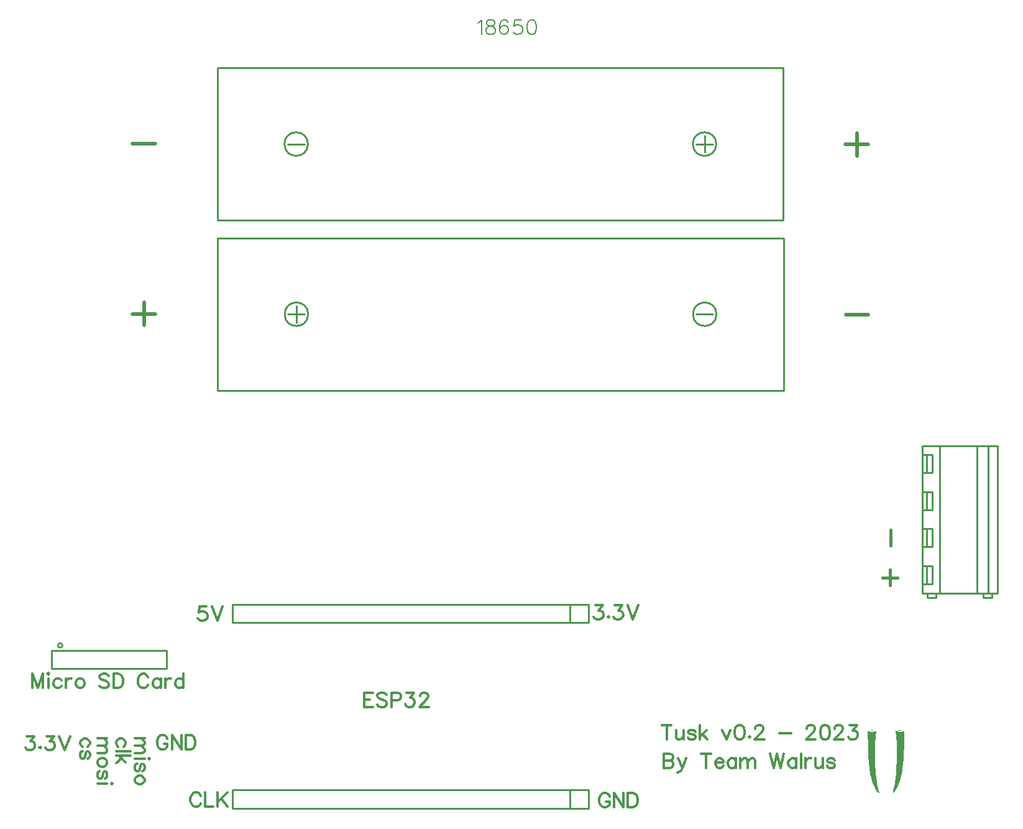
<source format=gto>
G04 Layer: TopSilkscreenLayer*
G04 EasyEDA v6.5.22, 2023-04-13 15:33:26*
G04 175b12f3a105431bbf95af8d835410e9,ef4dac4c239f4a7f90591e71bd1ece2f,10*
G04 Gerber Generator version 0.2*
G04 Scale: 100 percent, Rotated: No, Reflected: No *
G04 Dimensions in inches *
G04 leading zeros omitted , absolute positions ,3 integer and 6 decimal *
%FSLAX36Y36*%
%MOIN*%

%ADD10C,0.0120*%
%ADD11C,0.0080*%
%ADD12C,0.0150*%
%ADD13C,0.0200*%
%ADD14C,0.0100*%
%ADD15C,0.0220*%

%LPD*%
G36*
X3482320Y-245280D02*
G01*
X3478039Y-245400D01*
X3475580Y-245720D01*
X3475140Y-246160D01*
X3476900Y-246700D01*
X3480059Y-247120D01*
X3483480Y-247240D01*
X3486720Y-247079D01*
X3489400Y-246640D01*
X3490520Y-246080D01*
X3489560Y-245640D01*
X3486760Y-245360D01*
G37*
G36*
X3333920Y-245340D02*
G01*
X3329000Y-245440D01*
X3326040Y-245740D01*
X3325260Y-246160D01*
X3326880Y-246700D01*
X3330160Y-247120D01*
X3333900Y-247260D01*
X3337660Y-247120D01*
X3340940Y-246700D01*
X3342559Y-246160D01*
X3341780Y-245740D01*
X3338820Y-245440D01*
G37*
G36*
X3311259Y-247480D02*
G01*
X3313200Y-341960D01*
X3313600Y-355920D01*
X3314100Y-369360D01*
X3314700Y-382260D01*
X3315380Y-394640D01*
X3316180Y-406560D01*
X3317080Y-417980D01*
X3318080Y-428940D01*
X3319180Y-439480D01*
X3320400Y-449580D01*
X3321740Y-459280D01*
X3323180Y-468579D01*
X3325160Y-479680D01*
X3327320Y-490240D01*
X3329200Y-498300D01*
X3331720Y-507920D01*
X3333880Y-515300D01*
X3337380Y-525840D01*
X3340539Y-534180D01*
X3343220Y-540580D01*
X3346780Y-548280D01*
X3349480Y-553600D01*
X3351980Y-558080D01*
X3354540Y-562260D01*
X3357120Y-566120D01*
X3359660Y-569620D01*
X3362120Y-572720D01*
X3364460Y-575360D01*
X3366620Y-577540D01*
X3368560Y-579180D01*
X3370220Y-580240D01*
X3370940Y-580560D01*
X3371580Y-580700D01*
X3372120Y-580700D01*
X3372559Y-580540D01*
X3372900Y-580180D01*
X3373140Y-579660D01*
X3373260Y-578960D01*
X3373260Y-578080D01*
X3372860Y-575720D01*
X3371920Y-572560D01*
X3369900Y-567020D01*
X3368200Y-561580D01*
X3366560Y-555560D01*
X3364980Y-548960D01*
X3363480Y-541800D01*
X3362040Y-534160D01*
X3360680Y-526020D01*
X3359080Y-515240D01*
X3357900Y-506160D01*
X3356780Y-496700D01*
X3354800Y-476800D01*
X3353340Y-458480D01*
X3352300Y-442260D01*
X3351720Y-431220D01*
X3350820Y-408760D01*
X3350460Y-394560D01*
X3350200Y-371760D01*
X3350260Y-354739D01*
X3350500Y-340700D01*
X3350899Y-326860D01*
X3351460Y-313260D01*
X3352040Y-302600D01*
X3352900Y-289620D01*
X3353960Y-277080D01*
X3356720Y-250219D01*
X3342980Y-252260D01*
X3339960Y-252620D01*
X3336840Y-252820D01*
X3333700Y-252860D01*
X3330600Y-252740D01*
X3327620Y-252480D01*
X3324840Y-252100D01*
X3322360Y-251560D01*
X3320240Y-250900D01*
G37*
G36*
X3461920Y-248260D02*
G01*
X3464920Y-280600D01*
X3465640Y-290100D01*
X3466240Y-299940D01*
X3467140Y-320540D01*
X3467540Y-336640D01*
X3467740Y-355920D01*
X3467679Y-369920D01*
X3467500Y-384060D01*
X3467100Y-401060D01*
X3466240Y-423640D01*
X3465680Y-434799D01*
X3464320Y-456680D01*
X3462420Y-480300D01*
X3460920Y-495280D01*
X3459840Y-504840D01*
X3458399Y-516260D01*
X3457160Y-524920D01*
X3455860Y-533120D01*
X3454480Y-540840D01*
X3453060Y-548020D01*
X3451560Y-554640D01*
X3448540Y-566300D01*
X3447520Y-570960D01*
X3446940Y-574660D01*
X3446820Y-576140D01*
X3446820Y-577380D01*
X3446920Y-578400D01*
X3447140Y-579160D01*
X3447480Y-579660D01*
X3447919Y-579940D01*
X3448500Y-579980D01*
X3449160Y-579780D01*
X3449960Y-579320D01*
X3450860Y-578640D01*
X3453020Y-576520D01*
X3455640Y-573460D01*
X3458720Y-569420D01*
X3462260Y-564420D01*
X3465400Y-559580D01*
X3468440Y-554460D01*
X3471340Y-549000D01*
X3474120Y-543240D01*
X3478060Y-533940D01*
X3481120Y-525580D01*
X3484020Y-516640D01*
X3486220Y-509060D01*
X3488800Y-499040D01*
X3490740Y-490560D01*
X3492580Y-481680D01*
X3494320Y-472340D01*
X3495940Y-462580D01*
X3497480Y-452360D01*
X3498900Y-441680D01*
X3500240Y-430520D01*
X3501500Y-418880D01*
X3502640Y-406740D01*
X3503700Y-394099D01*
X3504680Y-380920D01*
X3505580Y-367220D01*
X3507120Y-338200D01*
X3507820Y-321180D01*
X3508480Y-301480D01*
X3508740Y-285540D01*
X3508700Y-278900D01*
X3508540Y-273060D01*
X3508260Y-268020D01*
X3507860Y-263700D01*
X3507300Y-260060D01*
X3506600Y-257079D01*
X3505760Y-254720D01*
X3504740Y-252920D01*
X3504180Y-252220D01*
X3503580Y-251660D01*
X3502919Y-251200D01*
X3502240Y-250859D01*
X3501500Y-250640D01*
X3500720Y-250520D01*
X3499020Y-250560D01*
X3497120Y-250980D01*
X3493700Y-252040D01*
X3491220Y-252560D01*
X3488660Y-252880D01*
X3486019Y-253000D01*
X3483279Y-252900D01*
X3480419Y-252600D01*
X3477460Y-252100D01*
X3474340Y-251400D01*
G37*
D10*
X2233540Y-217599D02*
G01*
X2233540Y-293899D01*
X2208140Y-217599D02*
G01*
X2259040Y-217599D01*
X2283040Y-242999D02*
G01*
X2283040Y-279399D01*
X2286640Y-290299D01*
X2293940Y-293899D01*
X2304840Y-293899D01*
X2312140Y-290299D01*
X2323040Y-279399D01*
X2323040Y-242999D02*
G01*
X2323040Y-293899D01*
X2387040Y-253899D02*
G01*
X2383440Y-246699D01*
X2372440Y-242999D01*
X2361540Y-242999D01*
X2350640Y-246699D01*
X2347040Y-253899D01*
X2350640Y-261199D01*
X2357940Y-264899D01*
X2376140Y-268499D01*
X2383440Y-272100D01*
X2387040Y-279399D01*
X2387040Y-282999D01*
X2383440Y-290299D01*
X2372440Y-293899D01*
X2361540Y-293899D01*
X2350640Y-290299D01*
X2347040Y-282999D01*
X2411040Y-217599D02*
G01*
X2411040Y-293899D01*
X2447440Y-242999D02*
G01*
X2411040Y-279399D01*
X2425540Y-264899D02*
G01*
X2451040Y-293899D01*
X2531040Y-242999D02*
G01*
X2552840Y-293899D01*
X2574640Y-242999D02*
G01*
X2552840Y-293899D01*
X2620440Y-217599D02*
G01*
X2609540Y-221199D01*
X2602340Y-232100D01*
X2598640Y-250299D01*
X2598640Y-261199D01*
X2602340Y-279399D01*
X2609540Y-290299D01*
X2620440Y-293899D01*
X2627740Y-293899D01*
X2638640Y-290299D01*
X2645940Y-279399D01*
X2649540Y-261199D01*
X2649540Y-250299D01*
X2645940Y-232100D01*
X2638640Y-221199D01*
X2627740Y-217599D01*
X2620440Y-217599D01*
X2677240Y-275799D02*
G01*
X2673540Y-279399D01*
X2677240Y-282999D01*
X2680840Y-279399D01*
X2677240Y-275799D01*
X2708440Y-235799D02*
G01*
X2708440Y-232100D01*
X2712140Y-224899D01*
X2715740Y-221199D01*
X2723040Y-217599D01*
X2737540Y-217599D01*
X2744840Y-221199D01*
X2748440Y-224899D01*
X2752140Y-232100D01*
X2752140Y-239399D01*
X2748440Y-246699D01*
X2741240Y-257599D01*
X2704840Y-293899D01*
X2755740Y-293899D01*
X2835740Y-261199D02*
G01*
X2901240Y-261199D01*
X2984840Y-235799D02*
G01*
X2984840Y-232100D01*
X2988440Y-224899D01*
X2992140Y-221199D01*
X2999440Y-217599D01*
X3013940Y-217599D01*
X3021240Y-221199D01*
X3024840Y-224899D01*
X3028440Y-232100D01*
X3028440Y-239399D01*
X3024840Y-246699D01*
X3017540Y-257599D01*
X2981240Y-293899D01*
X3032140Y-293899D01*
X3077940Y-217599D02*
G01*
X3067040Y-221199D01*
X3059740Y-232100D01*
X3056140Y-250299D01*
X3056140Y-261199D01*
X3059740Y-279399D01*
X3067040Y-290299D01*
X3077940Y-293899D01*
X3085240Y-293899D01*
X3096140Y-290299D01*
X3103440Y-279399D01*
X3107040Y-261199D01*
X3107040Y-250299D01*
X3103440Y-232100D01*
X3096140Y-221199D01*
X3085240Y-217599D01*
X3077940Y-217599D01*
X3134640Y-235799D02*
G01*
X3134640Y-232100D01*
X3138340Y-224899D01*
X3141940Y-221199D01*
X3149240Y-217599D01*
X3163740Y-217599D01*
X3171040Y-221199D01*
X3174640Y-224899D01*
X3178340Y-232100D01*
X3178340Y-239399D01*
X3174640Y-246699D01*
X3167440Y-257599D01*
X3131040Y-293899D01*
X3181940Y-293899D01*
X3213240Y-217599D02*
G01*
X3253240Y-217599D01*
X3231440Y-246699D01*
X3242340Y-246699D01*
X3249540Y-250299D01*
X3253240Y-253899D01*
X3256840Y-264899D01*
X3256840Y-272100D01*
X3253240Y-282999D01*
X3245940Y-290299D01*
X3235040Y-293899D01*
X3224140Y-293899D01*
X3213240Y-290299D01*
X3209540Y-286699D01*
X3205940Y-279399D01*
D11*
X1221040Y3547200D02*
G01*
X1228240Y3550800D01*
X1239140Y3561700D01*
X1239140Y3485399D01*
X1281340Y3561700D02*
G01*
X1270440Y3558100D01*
X1266840Y3550800D01*
X1266840Y3543500D01*
X1270440Y3536300D01*
X1277740Y3532600D01*
X1292240Y3529000D01*
X1303140Y3525399D01*
X1310440Y3518100D01*
X1314140Y3510800D01*
X1314140Y3499900D01*
X1310440Y3492600D01*
X1306840Y3489000D01*
X1295940Y3485399D01*
X1281340Y3485399D01*
X1270440Y3489000D01*
X1266840Y3492600D01*
X1263140Y3499900D01*
X1263140Y3510800D01*
X1266840Y3518100D01*
X1274140Y3525399D01*
X1285040Y3529000D01*
X1299540Y3532600D01*
X1306840Y3536300D01*
X1310440Y3543500D01*
X1310440Y3550800D01*
X1306840Y3558100D01*
X1295940Y3561700D01*
X1281340Y3561700D01*
X1381740Y3550800D02*
G01*
X1378140Y3558100D01*
X1367140Y3561700D01*
X1359940Y3561700D01*
X1349040Y3558100D01*
X1341740Y3547200D01*
X1338140Y3529000D01*
X1338140Y3510800D01*
X1341740Y3496300D01*
X1349040Y3489000D01*
X1359940Y3485399D01*
X1363540Y3485399D01*
X1374440Y3489000D01*
X1381740Y3496300D01*
X1385340Y3507200D01*
X1385340Y3510800D01*
X1381740Y3521700D01*
X1374440Y3529000D01*
X1363540Y3532600D01*
X1359940Y3532600D01*
X1349040Y3529000D01*
X1341740Y3521700D01*
X1338140Y3510800D01*
X1453040Y3561700D02*
G01*
X1416640Y3561700D01*
X1413040Y3529000D01*
X1416640Y3532600D01*
X1427540Y3536300D01*
X1438440Y3536300D01*
X1449340Y3532600D01*
X1456640Y3525399D01*
X1460240Y3514500D01*
X1460240Y3507200D01*
X1456640Y3496300D01*
X1449340Y3489000D01*
X1438440Y3485399D01*
X1427540Y3485399D01*
X1416640Y3489000D01*
X1413040Y3492600D01*
X1409340Y3499900D01*
X1506140Y3561700D02*
G01*
X1495140Y3558100D01*
X1487940Y3547200D01*
X1484240Y3529000D01*
X1484240Y3518100D01*
X1487940Y3499900D01*
X1495140Y3489000D01*
X1506140Y3485399D01*
X1513340Y3485399D01*
X1524240Y3489000D01*
X1531540Y3499900D01*
X1535140Y3518100D01*
X1535140Y3529000D01*
X1531540Y3547200D01*
X1524240Y3558100D01*
X1513340Y3561700D01*
X1506140Y3561700D01*
D12*
X3432600Y747040D02*
G01*
X3432600Y828840D01*
X3430940Y614300D02*
G01*
X3430940Y532500D01*
X3390040Y573400D02*
G01*
X3471840Y573400D01*
D10*
X2216040Y-370299D02*
G01*
X2216040Y-446599D01*
X2216040Y-370299D02*
G01*
X2248740Y-370299D01*
X2259640Y-373899D01*
X2263240Y-377500D01*
X2266940Y-384800D01*
X2266940Y-392100D01*
X2263240Y-399399D01*
X2259640Y-402999D01*
X2248740Y-406599D01*
X2216040Y-406599D02*
G01*
X2248740Y-406599D01*
X2259640Y-410299D01*
X2263240Y-413899D01*
X2266940Y-421199D01*
X2266940Y-432100D01*
X2263240Y-439399D01*
X2259640Y-442999D01*
X2248740Y-446599D01*
X2216040Y-446599D01*
X2294540Y-395699D02*
G01*
X2316340Y-446599D01*
X2338140Y-395699D02*
G01*
X2316340Y-446599D01*
X2309140Y-461199D01*
X2301840Y-468499D01*
X2294540Y-472100D01*
X2290940Y-472100D01*
X2443640Y-370299D02*
G01*
X2443640Y-446599D01*
X2418140Y-370299D02*
G01*
X2469140Y-370299D01*
X2493140Y-417500D02*
G01*
X2536740Y-417500D01*
X2536740Y-410299D01*
X2533140Y-402999D01*
X2529440Y-399399D01*
X2522140Y-395699D01*
X2511240Y-395699D01*
X2504040Y-399399D01*
X2496740Y-406599D01*
X2493140Y-417500D01*
X2493140Y-424800D01*
X2496740Y-435699D01*
X2504040Y-442999D01*
X2511240Y-446599D01*
X2522140Y-446599D01*
X2529440Y-442999D01*
X2536740Y-435699D01*
X2604340Y-395699D02*
G01*
X2604340Y-446599D01*
X2604340Y-406599D02*
G01*
X2597140Y-399399D01*
X2589840Y-395699D01*
X2578940Y-395699D01*
X2571640Y-399399D01*
X2564340Y-406599D01*
X2560740Y-417500D01*
X2560740Y-424800D01*
X2564340Y-435699D01*
X2571640Y-442999D01*
X2578940Y-446599D01*
X2589840Y-446599D01*
X2597140Y-442999D01*
X2604340Y-435699D01*
X2628340Y-395699D02*
G01*
X2628340Y-446599D01*
X2628340Y-410299D02*
G01*
X2639240Y-399399D01*
X2646540Y-395699D01*
X2657440Y-395699D01*
X2664740Y-399399D01*
X2668340Y-410299D01*
X2668340Y-446599D01*
X2668340Y-410299D02*
G01*
X2679240Y-399399D01*
X2686540Y-395699D01*
X2697440Y-395699D01*
X2704740Y-399399D01*
X2708340Y-410299D01*
X2708340Y-446599D01*
X2788340Y-370299D02*
G01*
X2806540Y-446599D01*
X2824740Y-370299D02*
G01*
X2806540Y-446599D01*
X2824740Y-370299D02*
G01*
X2842940Y-446599D01*
X2861140Y-370299D02*
G01*
X2842940Y-446599D01*
X2928740Y-395699D02*
G01*
X2928740Y-446599D01*
X2928740Y-406599D02*
G01*
X2921440Y-399399D01*
X2914140Y-395699D01*
X2903240Y-395699D01*
X2896040Y-399399D01*
X2888740Y-406599D01*
X2885140Y-417500D01*
X2885140Y-424800D01*
X2888740Y-435699D01*
X2896040Y-442999D01*
X2903240Y-446599D01*
X2914140Y-446599D01*
X2921440Y-442999D01*
X2928740Y-435699D01*
X2952740Y-370299D02*
G01*
X2952740Y-446599D01*
X2976740Y-395699D02*
G01*
X2976740Y-446599D01*
X2976740Y-417500D02*
G01*
X2980340Y-406599D01*
X2987640Y-399399D01*
X2994940Y-395699D01*
X3005840Y-395699D01*
X3029840Y-395699D02*
G01*
X3029840Y-432100D01*
X3033440Y-442999D01*
X3040740Y-446599D01*
X3051640Y-446599D01*
X3058940Y-442999D01*
X3069840Y-432100D01*
X3069840Y-395699D02*
G01*
X3069840Y-446599D01*
X3133840Y-406599D02*
G01*
X3130140Y-399399D01*
X3119240Y-395699D01*
X3108340Y-395699D01*
X3097440Y-399399D01*
X3093840Y-406599D01*
X3097440Y-413899D01*
X3104740Y-417500D01*
X3122940Y-421199D01*
X3130140Y-424800D01*
X3133840Y-432100D01*
X3133840Y-435699D01*
X3130140Y-442999D01*
X3119240Y-446599D01*
X3108340Y-446599D01*
X3097440Y-442999D01*
X3093840Y-435699D01*
X1849240Y424700D02*
G01*
X1889240Y424700D01*
X1867440Y395600D01*
X1878340Y395600D01*
X1885640Y392000D01*
X1889240Y388400D01*
X1892940Y377500D01*
X1892940Y370199D01*
X1889240Y359300D01*
X1882040Y352000D01*
X1871140Y348400D01*
X1860140Y348400D01*
X1849240Y352000D01*
X1845640Y355600D01*
X1842040Y362899D01*
X1920540Y366500D02*
G01*
X1916940Y362899D01*
X1920540Y359300D01*
X1924140Y362899D01*
X1920540Y366500D01*
X1955440Y424700D02*
G01*
X1995440Y424700D01*
X1973640Y395600D01*
X1984540Y395600D01*
X1991840Y392000D01*
X1995440Y388400D01*
X1999140Y377500D01*
X1999140Y370199D01*
X1995440Y359300D01*
X1988140Y352000D01*
X1977240Y348400D01*
X1966340Y348400D01*
X1955440Y352000D01*
X1951840Y355600D01*
X1948140Y362899D01*
X2023140Y424700D02*
G01*
X2052140Y348400D01*
X2081240Y424700D02*
G01*
X2052140Y348400D01*
X1926542Y-599499D02*
G01*
X1922942Y-592199D01*
X1915642Y-584899D01*
X1908342Y-581299D01*
X1893842Y-581299D01*
X1886542Y-584899D01*
X1879242Y-592199D01*
X1875642Y-599499D01*
X1872042Y-610399D01*
X1872042Y-628499D01*
X1875642Y-639499D01*
X1879242Y-646699D01*
X1886542Y-653999D01*
X1893842Y-657599D01*
X1908342Y-657599D01*
X1915642Y-653999D01*
X1922942Y-646699D01*
X1926542Y-639499D01*
X1926542Y-628499D01*
X1908342Y-628499D02*
G01*
X1926542Y-628499D01*
X1950542Y-581299D02*
G01*
X1950542Y-657599D01*
X1950542Y-581299D02*
G01*
X2001442Y-657599D01*
X2001442Y-581299D02*
G01*
X2001442Y-657599D01*
X2025442Y-581299D02*
G01*
X2025442Y-657599D01*
X2025442Y-581299D02*
G01*
X2050942Y-581299D01*
X2061842Y-584899D01*
X2069142Y-592199D01*
X2072742Y-599499D01*
X2076342Y-610399D01*
X2076342Y-628499D01*
X2072742Y-639499D01*
X2069142Y-646699D01*
X2061842Y-653999D01*
X2050942Y-657599D01*
X2025442Y-657599D01*
X-237359Y417699D02*
G01*
X-273759Y417699D01*
X-277359Y385000D01*
X-273759Y388600D01*
X-262859Y392300D01*
X-251859Y392300D01*
X-240959Y388600D01*
X-233759Y381400D01*
X-230059Y370500D01*
X-230059Y363200D01*
X-233759Y352300D01*
X-240959Y345000D01*
X-251859Y341400D01*
X-262859Y341400D01*
X-273759Y345000D01*
X-277359Y348600D01*
X-280959Y355900D01*
X-206059Y417699D02*
G01*
X-176959Y341400D01*
X-147859Y417699D02*
G01*
X-176959Y341400D01*
X-266457Y-596499D02*
G01*
X-270057Y-589199D01*
X-277357Y-581899D01*
X-284657Y-578299D01*
X-299157Y-578299D01*
X-306457Y-581899D01*
X-313757Y-589199D01*
X-317357Y-596499D01*
X-320957Y-607399D01*
X-320957Y-625499D01*
X-317357Y-636499D01*
X-313757Y-643699D01*
X-306457Y-650999D01*
X-299157Y-654600D01*
X-284657Y-654600D01*
X-277357Y-650999D01*
X-270057Y-643699D01*
X-266457Y-636499D01*
X-242457Y-578299D02*
G01*
X-242457Y-654600D01*
X-242457Y-654600D02*
G01*
X-198857Y-654600D01*
X-174857Y-578299D02*
G01*
X-174857Y-654600D01*
X-123857Y-578299D02*
G01*
X-174857Y-629199D01*
X-156657Y-610999D02*
G01*
X-123857Y-654600D01*
X610038Y-43299D02*
G01*
X610038Y-119600D01*
X610038Y-43299D02*
G01*
X657238Y-43299D01*
X610038Y-79600D02*
G01*
X639138Y-79600D01*
X610038Y-119600D02*
G01*
X657238Y-119600D01*
X732138Y-54199D02*
G01*
X724938Y-46899D01*
X714038Y-43299D01*
X699438Y-43299D01*
X688538Y-46899D01*
X681238Y-54199D01*
X681238Y-61499D01*
X684938Y-68699D01*
X688538Y-72399D01*
X695838Y-75999D01*
X717638Y-83299D01*
X724938Y-86899D01*
X728538Y-90499D01*
X732138Y-97799D01*
X732138Y-108699D01*
X724938Y-115999D01*
X714038Y-119600D01*
X699438Y-119600D01*
X688538Y-115999D01*
X681238Y-108699D01*
X756138Y-43299D02*
G01*
X756138Y-119600D01*
X756138Y-43299D02*
G01*
X788938Y-43299D01*
X799838Y-46899D01*
X803438Y-50499D01*
X807138Y-57799D01*
X807138Y-68699D01*
X803438Y-75999D01*
X799838Y-79600D01*
X788938Y-83299D01*
X756138Y-83299D01*
X838338Y-43299D02*
G01*
X878338Y-43299D01*
X856538Y-72399D01*
X867438Y-72399D01*
X874738Y-75999D01*
X878338Y-79600D01*
X882038Y-90499D01*
X882038Y-97799D01*
X878338Y-108699D01*
X871138Y-115999D01*
X860138Y-119600D01*
X849238Y-119600D01*
X838338Y-115999D01*
X834738Y-112399D01*
X831138Y-105099D01*
X909638Y-61499D02*
G01*
X909638Y-57799D01*
X913238Y-50499D01*
X916938Y-46899D01*
X924138Y-43299D01*
X938738Y-43299D01*
X946038Y-46899D01*
X949638Y-50499D01*
X953238Y-57799D01*
X953238Y-65099D01*
X949638Y-72399D01*
X942338Y-83299D01*
X906038Y-119600D01*
X956938Y-119600D01*
X-1169959Y57699D02*
G01*
X-1169959Y-18599D01*
X-1169959Y57699D02*
G01*
X-1140859Y-18599D01*
X-1111859Y57699D02*
G01*
X-1140859Y-18599D01*
X-1111859Y57699D02*
G01*
X-1111859Y-18599D01*
X-1087859Y57699D02*
G01*
X-1084159Y54100D01*
X-1080559Y57699D01*
X-1084159Y61400D01*
X-1087859Y57699D01*
X-1084159Y32300D02*
G01*
X-1084159Y-18599D01*
X-1012859Y21400D02*
G01*
X-1020159Y28600D01*
X-1027459Y32300D01*
X-1038359Y32300D01*
X-1045659Y28600D01*
X-1052859Y21400D01*
X-1056559Y10500D01*
X-1056559Y3200D01*
X-1052859Y-7699D01*
X-1045659Y-15000D01*
X-1038359Y-18599D01*
X-1027459Y-18599D01*
X-1020159Y-15000D01*
X-1012859Y-7699D01*
X-988859Y32300D02*
G01*
X-988859Y-18599D01*
X-988859Y10500D02*
G01*
X-985259Y21400D01*
X-977959Y28600D01*
X-970759Y32300D01*
X-959859Y32300D01*
X-917659Y32300D02*
G01*
X-924859Y28600D01*
X-932159Y21400D01*
X-935859Y10500D01*
X-935859Y3200D01*
X-932159Y-7699D01*
X-924859Y-15000D01*
X-917659Y-18599D01*
X-906759Y-18599D01*
X-899459Y-15000D01*
X-892159Y-7699D01*
X-888559Y3200D01*
X-888559Y10500D01*
X-892159Y21400D01*
X-899459Y28600D01*
X-906759Y32300D01*
X-917659Y32300D01*
X-757659Y46800D02*
G01*
X-764859Y54100D01*
X-775859Y57699D01*
X-790359Y57699D01*
X-801259Y54100D01*
X-808559Y46800D01*
X-808559Y39500D01*
X-804859Y32300D01*
X-801259Y28600D01*
X-793959Y25000D01*
X-772159Y17699D01*
X-764859Y14100D01*
X-761259Y10500D01*
X-757659Y3200D01*
X-757659Y-7699D01*
X-764859Y-15000D01*
X-775859Y-18599D01*
X-790359Y-18599D01*
X-801259Y-15000D01*
X-808559Y-7699D01*
X-733659Y57699D02*
G01*
X-733659Y-18599D01*
X-733659Y57699D02*
G01*
X-708159Y57699D01*
X-697259Y54100D01*
X-689959Y46800D01*
X-686359Y39500D01*
X-682759Y28600D01*
X-682759Y10500D01*
X-686359Y-499D01*
X-689959Y-7699D01*
X-697259Y-15000D01*
X-708159Y-18599D01*
X-733659Y-18599D01*
X-548159Y39500D02*
G01*
X-551859Y46800D01*
X-559059Y54100D01*
X-566359Y57699D01*
X-580859Y57699D01*
X-588159Y54100D01*
X-595459Y46800D01*
X-599059Y39500D01*
X-602759Y28600D01*
X-602759Y10500D01*
X-599059Y-499D01*
X-595459Y-7699D01*
X-588159Y-15000D01*
X-580859Y-18599D01*
X-566359Y-18599D01*
X-559059Y-15000D01*
X-551859Y-7699D01*
X-548159Y-499D01*
X-480559Y32300D02*
G01*
X-480559Y-18599D01*
X-480559Y21400D02*
G01*
X-487859Y28600D01*
X-495059Y32300D01*
X-505959Y32300D01*
X-513259Y28600D01*
X-520559Y21400D01*
X-524159Y10500D01*
X-524159Y3200D01*
X-520559Y-7699D01*
X-513259Y-15000D01*
X-505959Y-18599D01*
X-495059Y-18599D01*
X-487859Y-15000D01*
X-480559Y-7699D01*
X-456559Y32300D02*
G01*
X-456559Y-18599D01*
X-456559Y10500D02*
G01*
X-452859Y21400D01*
X-445659Y28600D01*
X-438359Y32300D01*
X-427459Y32300D01*
X-359859Y57699D02*
G01*
X-359859Y-18599D01*
X-359859Y21400D02*
G01*
X-367059Y28600D01*
X-374359Y32300D01*
X-385259Y32300D01*
X-392559Y28600D01*
X-399859Y21400D01*
X-403459Y10500D01*
X-403459Y3200D01*
X-399859Y-7699D01*
X-392559Y-15000D01*
X-385259Y-18599D01*
X-374359Y-18599D01*
X-367059Y-15000D01*
X-359859Y-7699D01*
X-1198758Y-276087D02*
G01*
X-1158758Y-276087D01*
X-1180558Y-305187D01*
X-1169658Y-305187D01*
X-1162358Y-308787D01*
X-1158758Y-312387D01*
X-1155058Y-323287D01*
X-1155058Y-330587D01*
X-1158758Y-341487D01*
X-1165958Y-348787D01*
X-1176858Y-352387D01*
X-1187858Y-352387D01*
X-1198758Y-348787D01*
X-1202358Y-345187D01*
X-1205958Y-337887D01*
X-1127458Y-334287D02*
G01*
X-1131058Y-337887D01*
X-1127458Y-341487D01*
X-1123858Y-337887D01*
X-1127458Y-334287D01*
X-1092558Y-276087D02*
G01*
X-1052558Y-276087D01*
X-1074358Y-305187D01*
X-1063458Y-305187D01*
X-1056158Y-308787D01*
X-1052558Y-312387D01*
X-1048858Y-323287D01*
X-1048858Y-330587D01*
X-1052558Y-341487D01*
X-1059858Y-348787D01*
X-1070758Y-352387D01*
X-1081658Y-352387D01*
X-1092558Y-348787D01*
X-1096158Y-345187D01*
X-1099858Y-337887D01*
X-1024858Y-276087D02*
G01*
X-995858Y-352387D01*
X-966758Y-276087D02*
G01*
X-995858Y-352387D01*
X-444459Y-289499D02*
G01*
X-448059Y-282199D01*
X-455359Y-274899D01*
X-462659Y-271299D01*
X-477159Y-271299D01*
X-484459Y-274899D01*
X-491759Y-282199D01*
X-495359Y-289499D01*
X-498959Y-300399D01*
X-498959Y-318499D01*
X-495359Y-329499D01*
X-491759Y-336699D01*
X-484459Y-343999D01*
X-477159Y-347599D01*
X-462659Y-347599D01*
X-455359Y-343999D01*
X-448059Y-336699D01*
X-444459Y-329499D01*
X-444459Y-318499D01*
X-462659Y-318499D02*
G01*
X-444459Y-318499D01*
X-420459Y-271299D02*
G01*
X-420459Y-347599D01*
X-420459Y-271299D02*
G01*
X-369559Y-347599D01*
X-369559Y-271299D02*
G01*
X-369559Y-347599D01*
X-345559Y-271299D02*
G01*
X-345559Y-347599D01*
X-345559Y-271299D02*
G01*
X-320059Y-271299D01*
X-309159Y-274899D01*
X-301859Y-282199D01*
X-298259Y-289499D01*
X-294659Y-300399D01*
X-294659Y-318499D01*
X-298259Y-329499D01*
X-301859Y-336699D01*
X-309159Y-343999D01*
X-320059Y-347599D01*
X-345559Y-347599D01*
X-871599Y-332639D02*
G01*
X-864399Y-325339D01*
X-860699Y-318139D01*
X-860699Y-307139D01*
X-864399Y-299939D01*
X-871599Y-292639D01*
X-882499Y-289039D01*
X-889799Y-289039D01*
X-900699Y-292639D01*
X-907999Y-299939D01*
X-911599Y-307139D01*
X-911599Y-318139D01*
X-907999Y-325339D01*
X-900699Y-332639D01*
X-871599Y-396639D02*
G01*
X-864399Y-393039D01*
X-860699Y-382139D01*
X-860699Y-371140D01*
X-864399Y-360239D01*
X-871599Y-356639D01*
X-878899Y-360239D01*
X-882499Y-367539D01*
X-886199Y-385739D01*
X-889799Y-393039D01*
X-897099Y-396639D01*
X-900699Y-396639D01*
X-907999Y-393039D01*
X-911599Y-382139D01*
X-911599Y-371140D01*
X-907999Y-360239D01*
X-900699Y-356639D01*
X-768032Y-288972D02*
G01*
X-818932Y-288972D01*
X-782632Y-288972D02*
G01*
X-771732Y-299872D01*
X-768032Y-307172D01*
X-768032Y-318072D01*
X-771732Y-325372D01*
X-782632Y-328972D01*
X-818932Y-328972D01*
X-782632Y-328972D02*
G01*
X-771732Y-339872D01*
X-768032Y-347172D01*
X-768032Y-358072D01*
X-771732Y-365372D01*
X-782632Y-368972D01*
X-818932Y-368972D01*
X-768032Y-411172D02*
G01*
X-771732Y-403872D01*
X-778932Y-396672D01*
X-789832Y-392972D01*
X-797132Y-392972D01*
X-808032Y-396672D01*
X-815332Y-403872D01*
X-818932Y-411172D01*
X-818932Y-422073D01*
X-815332Y-429372D01*
X-808032Y-436672D01*
X-797132Y-440272D01*
X-789832Y-440272D01*
X-778932Y-436672D01*
X-771732Y-429372D01*
X-768032Y-422073D01*
X-768032Y-411172D01*
X-778932Y-504272D02*
G01*
X-771732Y-500672D01*
X-768032Y-489773D01*
X-768032Y-478772D01*
X-771732Y-467872D01*
X-778932Y-464272D01*
X-786232Y-467872D01*
X-789832Y-475172D01*
X-793532Y-493372D01*
X-797132Y-500672D01*
X-804432Y-504272D01*
X-808032Y-504272D01*
X-815332Y-500672D01*
X-818932Y-489773D01*
X-818932Y-478772D01*
X-815332Y-467872D01*
X-808032Y-464272D01*
X-742632Y-528272D02*
G01*
X-746232Y-531872D01*
X-742632Y-535572D01*
X-738932Y-531872D01*
X-742632Y-528272D01*
X-768032Y-531872D02*
G01*
X-818932Y-531872D01*
X-679599Y-332639D02*
G01*
X-672399Y-325339D01*
X-668699Y-318139D01*
X-668699Y-307139D01*
X-672399Y-299939D01*
X-679599Y-292639D01*
X-690499Y-289039D01*
X-697799Y-289039D01*
X-708699Y-292639D01*
X-715999Y-299939D01*
X-719599Y-307139D01*
X-719599Y-318139D01*
X-715999Y-325339D01*
X-708699Y-332639D01*
X-643299Y-356639D02*
G01*
X-719599Y-356639D01*
X-643299Y-380639D02*
G01*
X-719599Y-380639D01*
X-668699Y-417039D02*
G01*
X-705099Y-380639D01*
X-690499Y-395139D02*
G01*
X-719599Y-420639D01*
X-567366Y-289006D02*
G01*
X-618266Y-289006D01*
X-581966Y-289006D02*
G01*
X-571066Y-299906D01*
X-567366Y-307206D01*
X-567366Y-318107D01*
X-571066Y-325407D01*
X-581966Y-329006D01*
X-618266Y-329006D01*
X-581966Y-329006D02*
G01*
X-571066Y-339906D01*
X-567366Y-347206D01*
X-567366Y-358107D01*
X-571066Y-365407D01*
X-581966Y-369006D01*
X-618266Y-369006D01*
X-541966Y-393006D02*
G01*
X-545566Y-396606D01*
X-541966Y-400306D01*
X-538266Y-396606D01*
X-541966Y-393006D01*
X-567366Y-396606D02*
G01*
X-618266Y-396606D01*
X-578266Y-464306D02*
G01*
X-571066Y-460607D01*
X-567366Y-449706D01*
X-567366Y-438806D01*
X-571066Y-427907D01*
X-578266Y-424306D01*
X-585566Y-427907D01*
X-589166Y-435207D01*
X-592866Y-453406D01*
X-596466Y-460607D01*
X-603766Y-464306D01*
X-607366Y-464306D01*
X-614666Y-460607D01*
X-618266Y-449706D01*
X-618266Y-438806D01*
X-614666Y-427907D01*
X-607366Y-424306D01*
X-567366Y-506406D02*
G01*
X-571066Y-499206D01*
X-578266Y-491906D01*
X-589166Y-488306D01*
X-596466Y-488306D01*
X-607366Y-491906D01*
X-614666Y-499206D01*
X-618266Y-506406D01*
X-618266Y-517406D01*
X-614666Y-524606D01*
X-607366Y-531906D01*
X-596466Y-535506D01*
X-589166Y-535506D01*
X-578266Y-531906D01*
X-571066Y-524606D01*
X-567366Y-517406D01*
X-567366Y-506406D01*
D13*
X3315519Y1983261D02*
G01*
X3192792Y1983261D01*
X3253198Y2833912D02*
G01*
X3253198Y2956612D01*
X3314498Y2895212D02*
G01*
X3191798Y2895212D01*
X-632518Y2898739D02*
G01*
X-509791Y2898739D01*
X-570159Y2048100D02*
G01*
X-570159Y1925399D01*
X-631559Y1986700D02*
G01*
X-508759Y1986700D01*
D14*
X-1067053Y170433D02*
G01*
X-1067053Y184212D01*
X-448944Y184212D01*
X-448944Y85788D01*
X-1067053Y85788D01*
X-1067053Y172400D01*
X-95725Y430211D02*
G01*
X-95725Y331787D01*
X1813722Y430212D02*
G01*
X-95725Y430212D01*
X1813722Y331787D02*
G01*
X-95725Y331787D01*
X1712618Y331787D02*
G01*
X1712618Y430211D01*
X1813722Y430211D02*
G01*
X1813722Y331787D01*
X-95723Y-564786D02*
G01*
X-95723Y-663210D01*
X1813724Y-564785D02*
G01*
X-95723Y-564785D01*
X1813724Y-663210D02*
G01*
X-95723Y-663210D01*
X1712620Y-663210D02*
G01*
X1712620Y-564786D01*
X1813724Y-564786D02*
G01*
X1813724Y-663210D01*
X3603087Y489724D02*
G01*
X3603087Y1280276D01*
X3603087Y489724D02*
G01*
X4008598Y489724D01*
X4008598Y489724D02*
G01*
X4008598Y1280276D01*
X3603087Y1280276D02*
G01*
X4008598Y1280276D01*
X3696000Y489724D02*
G01*
X3696000Y1280276D01*
X3896083Y489724D02*
G01*
X3896083Y1280276D01*
X3630949Y465000D02*
G01*
X3630949Y488623D01*
X3677763Y465000D02*
G01*
X3630949Y465000D01*
X3677763Y488623D02*
G01*
X3677763Y465000D01*
X3976000Y465000D02*
G01*
X3930949Y465000D01*
X3930949Y488623D01*
X3976000Y488623D02*
G01*
X3976000Y465000D01*
X3603087Y537768D02*
G01*
X3656000Y537768D01*
X3656000Y635000D01*
X3603087Y635000D01*
X3628793Y537768D02*
G01*
X3628793Y635000D01*
X3603087Y737756D02*
G01*
X3656000Y737756D01*
X3656000Y834988D01*
X3603087Y834988D01*
X3628793Y737757D02*
G01*
X3628793Y834988D01*
X3603087Y737757D02*
G01*
X3656000Y737757D01*
X3656000Y834988D02*
G01*
X3603087Y834988D01*
X3956508Y489724D02*
G01*
X3956508Y1280276D01*
X3656000Y1233400D02*
G01*
X3603087Y1233400D01*
X3603087Y1136168D02*
G01*
X3656000Y1136168D01*
X3628793Y1136168D02*
G01*
X3628793Y1233400D01*
X3603087Y1136168D02*
G01*
X3656000Y1136168D01*
X3656000Y1233400D01*
X3603087Y1233400D01*
X3628793Y936181D02*
G01*
X3628793Y1033412D01*
X3603087Y936181D02*
G01*
X3656000Y936181D01*
X3656000Y1033412D01*
X3603087Y1033412D01*
X202000Y1985000D02*
G01*
X292000Y1985000D01*
X247000Y2030000D02*
G01*
X247000Y1940000D01*
X2392000Y1985000D02*
G01*
X2482000Y1985000D01*
X-175499Y1577500D02*
G01*
X-175499Y2392500D01*
X2859500Y2392500D01*
X2859500Y1577500D01*
X-175499Y1577500D01*
X2481000Y2897000D02*
G01*
X2391000Y2897000D01*
X2436000Y2852000D02*
G01*
X2436000Y2942000D01*
X291000Y2897000D02*
G01*
X201000Y2897000D01*
X2858500Y3304500D02*
G01*
X2858500Y2489500D01*
X-176499Y2489500D01*
X-176499Y3304500D01*
X2858500Y3304500D01*
G75*
G01
X-1008000Y209800D02*
G03X-1008000Y209800I-11810J0D01*
G75*
G01
X310000Y1985000D02*
G03X310000Y1985000I-63000J0D01*
G75*
G01
X2500000Y1985000D02*
G03X2500000Y1985000I-63000J0D01*
G75*
G01
X2499000Y2897000D02*
G03X2499000Y2897000I-63000J0D01*
G75*
G01
X309000Y2897000D02*
G03X309000Y2897000I-63000J0D01*
M02*

</source>
